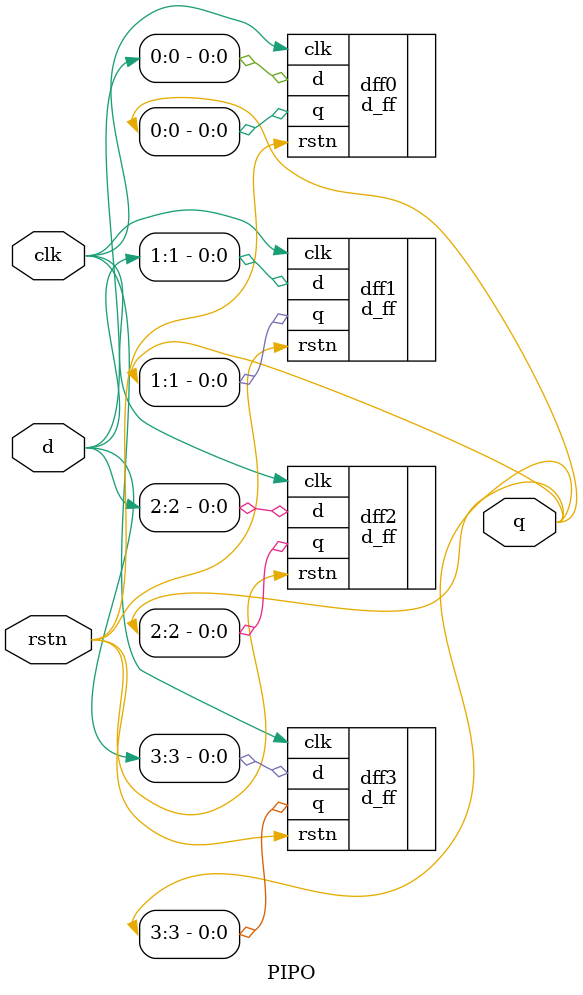
<source format=v>
`timescale 1ns / 1ps


module PIPO(
    input [3:0] d,
    input clk,
    input rstn,
    output [3:0] q
    );
d_ff dff3(
.d(d[3]),
.clk(clk),
.rstn(rstn),
.q(q[3])
);
d_ff dff2(
.d(d[2]),
.clk(clk),
.rstn(rstn),
.q(q[2])
);
d_ff dff1(
.d(d[1]),
.clk(clk),
.rstn(rstn),
.q(q[1])
);
d_ff dff0(
.d(d[0]),
.clk(clk),
.rstn(rstn),
.q(q[0])
);

endmodule

</source>
